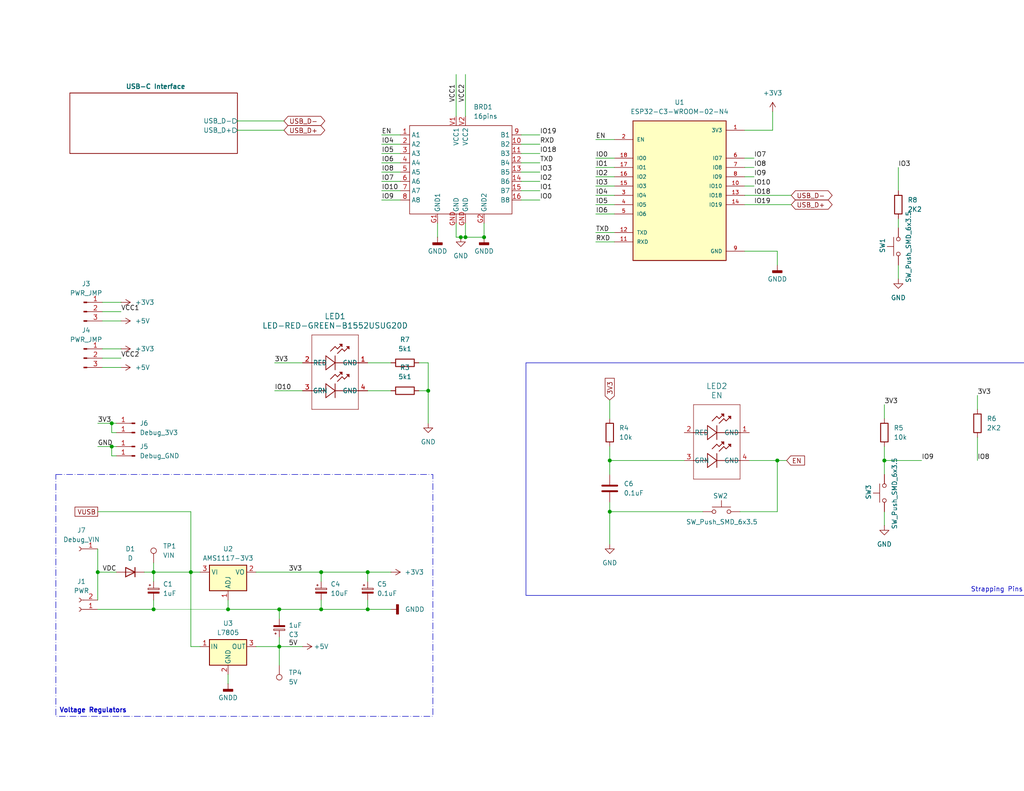
<source format=kicad_sch>
(kicad_sch (version 20231120) (generator "eeschema") (generator_version "8.0")
  (paper "USLetter")
  (lib_symbols
    (symbol "+5V_1" (power) (pin_numbers hide) (pin_names (offset 0) hide)
      (property "Value" "+5V" (at 0 3.556 0))
      (symbol "+5V_1_0_1"
        (polyline (pts (xy -0.762 1.27) (xy 0 2.54)))
        (polyline (pts (xy 0 0) (xy 0 2.54)))
        (polyline (pts (xy 0 2.54) (xy 0.762 1.27)))
      )
      (symbol "+5V_1_1_1"
        (pin power_in line (at 0 0 90) (length 0) (name "~") (number "1"))
      )
    )
    (symbol "Alexander KiCad Libraries:AMS1117-3V3" (exclude_from_sim yes)
      (property "Reference" "U" (at 0 -0.254 0))
      (property "Value" "AMS1117-3V3" (at -0.508 1.778 0))
      (symbol "AMS1117-3V3_0_1"
        (rectangle (start -5.08 -8.89) (end 5.08 -1.905) (stroke (width 0.254)) (fill (type background)))
      )
      (symbol "AMS1117-3V3_1_1"
        (pin power_out line (at 0 -11.43 90) (length 2.54) (name "ADJ") (number "1"))
        (pin power_out line (at 7.62 -3.81 180) (length 2.54) (name "VO") (number "2"))
        (pin power_in line (at -7.62 -3.81 0) (length 2.54) (name "VI") (number "3"))
      )
    )
    (symbol "Alexander KiCad Libraries:BRD-PowerAdapter-ESP32C3"
      (property "Reference" "BRD" (at -11.176 3.302 0))
      (property "Value" "16pins" (at 0.508 -10.922 0))
      (symbol "BRD-PowerAdapter-ESP32C3_0_1"
        (rectangle (start -13.97 0) (end 13.97 -24.13))
      )
      (symbol "BRD-PowerAdapter-ESP32C3_1_0"
        (pin bidirectional line (at 16.51 -5.08 180) (length 2.54) (name "B2") (number "10"))
        (pin bidirectional line (at 16.51 -7.62 180) (length 2.54) (name "B3") (number "11"))
        (pin bidirectional line (at 16.51 -10.16 180) (length 2.54) (name "B4") (number "12"))
        (pin bidirectional line (at 16.51 -12.7 180) (length 2.54) (name "B5") (number "13"))
        (pin bidirectional line (at 16.51 -15.24 180) (length 2.54) (name "B6") (number "14"))
        (pin bidirectional line (at 16.51 -17.78 180) (length 2.54) (name "B7") (number "15"))
        (pin bidirectional line (at 16.51 -20.32 180) (length 2.54) (name "B8") (number "16"))
        (pin bidirectional line (at -16.51 -5.08 0) (length 2.54) (name "A2") (number "2"))
        (pin bidirectional line (at -16.51 -7.62 0) (length 2.54) (name "A3") (number "3"))
        (pin bidirectional line (at -16.51 -10.16 0) (length 2.54) (name "A4") (number "4"))
        (pin bidirectional line (at -16.51 -12.7 0) (length 2.54) (name "A5") (number "5"))
        (pin bidirectional line (at -16.51 -15.24 0) (length 2.54) (name "A6") (number "6"))
        (pin bidirectional line (at -16.51 -17.78 0) (length 2.54) (name "A7") (number "7"))
        (pin bidirectional line (at -16.51 -20.32 0) (length 2.54) (name "A8") (number "8"))
      )
      (symbol "BRD-PowerAdapter-ESP32C3_1_1"
        (pin bidirectional line (at -16.51 -2.54 0) (length 2.54) (name "A1") (number "1"))
        (pin input line (at 16.51 -2.54 180) (length 2.54) (name "B1") (number "9"))
        (pin input line (at -6.35 -26.67 90) (length 2.54) (name "GND1") (number "G1"))
        (pin input line (at 6.35 -26.67 90) (length 2.54) (name "GND2") (number "G2"))
        (pin input line (at -1.27 -26.67 90) (length 2.54) (name "GND") (number "GND"))
        (pin input line (at 1.27 -26.67 90) (length 2.54) (name "GND") (number "GND"))
        (pin input line (at -1.27 2.54 270) (length 2.54) (name "VCC1") (number "V1"))
        (pin input line (at 1.27 2.54 270) (length 2.54) (name "VCC2") (number "V2"))
      )
    )
    (symbol "Alexander KiCad Libraries:Conn_Debug_01x02_Pin" (pin_names (offset 1.016) hide)
      (property "Reference" "J" (at 0 2.54 0))
      (property "Value" "Conn_Debug_01x02_Pin" (at 0 -5.08 0))
      (symbol "Conn_Debug_01x02_Pin_1_1"
        (polyline (pts (xy 1.27 -2.54) (xy 0.8636 -2.54)) (stroke (width 0.1524)))
        (polyline (pts (xy 1.27 0) (xy 0.8636 0)) (stroke (width 0.1524)))
        (rectangle (start 0.8636 -2.413) (end 0 -2.667) (stroke (width 0.1524)) (fill (type outline)))
        (rectangle (start 0.8636 0.127) (end 0 -0.127) (stroke (width 0.1524)) (fill (type outline)))
        (pin passive line (at 5.08 -2.54 180) (length 3.81) (name "DBG") (number "1"))
        (pin passive line (at 5.08 0 180) (length 3.81) (name "DBG") (number "1"))
      )
    )
    (symbol "Alexander KiCad Libraries:ESP32-C3-WROOM-02-N4" (pin_names (offset 1.016))
      (property "Reference" "U" (at -12.7 21.082 0))
      (property "Value" "ESP32-C3-WROOM-02-N4" (at -13.208 -19.05 0))
      (symbol "ESP32-C3-WROOM-02-N4_0_0"
        (rectangle (start -12.7 20.32) (end 12.7 -17.78) (stroke (width 0.254)) (fill (type background)))
        (pin power_in line (at 17.78 17.78 180) (length 5.08) (name "3V3") (number "1"))
        (pin bidirectional line (at 17.78 2.54 180) (length 5.08) (name "IO10") (number "10"))
        (pin bidirectional line (at -17.78 -12.7 0) (length 5.08) (name "RXD") (number "11"))
        (pin bidirectional line (at -17.78 -10.16 0) (length 5.08) (name "TXD") (number "12"))
        (pin bidirectional line (at 17.78 0 180) (length 5.08) (name "IO18") (number "13"))
        (pin bidirectional line (at 17.78 -2.54 180) (length 5.08) (name "IO19") (number "14"))
        (pin bidirectional line (at -17.78 2.54 0) (length 5.08) (name "IO3") (number "15"))
        (pin bidirectional line (at -17.78 5.08 0) (length 5.08) (name "IO2") (number "16"))
        (pin bidirectional line (at -17.78 7.62 0) (length 5.08) (name "IO1") (number "17"))
        (pin bidirectional line (at -17.78 10.16 0) (length 5.08) (name "IO0") (number "18"))
        (pin power_in line (at 17.78 -15.24 180) (length 5.08) hide (name "GND__1") (number "19"))
        (pin input line (at -17.78 15.24 0) (length 5.08) (name "EN") (number "2"))
        (pin power_in line (at 17.78 -15.24 180) (length 5.08) hide (name "GND__2") (number "20"))
        (pin power_in line (at 17.78 -15.24 180) (length 5.08) hide (name "GND__3") (number "21"))
        (pin power_in line (at 17.78 -15.24 180) (length 5.08) hide (name "GND__4") (number "22"))
        (pin power_in line (at 17.78 -15.24 180) (length 5.08) hide (name "GND__5") (number "23"))
        (pin power_in line (at 17.78 -15.24 180) (length 5.08) hide (name "GND__6") (number "24"))
        (pin power_in line (at 17.78 -15.24 180) (length 5.08) hide (name "GND__7") (number "25"))
        (pin power_in line (at 17.78 -15.24 180) (length 5.08) hide (name "GND__8") (number "26"))
        (pin power_in line (at 17.78 -15.24 180) (length 5.08) hide (name "GND__9") (number "27"))
        (pin power_in line (at 17.78 -15.24 180) (length 5.08) hide (name "GND__10") (number "28"))
        (pin power_in line (at 17.78 -15.24 180) (length 5.08) hide (name "GND__11") (number "29"))
        (pin bidirectional line (at -17.78 0 0) (length 5.08) (name "IO4") (number "3"))
        (pin power_in line (at 17.78 -15.24 180) (length 5.08) hide (name "GND__12") (number "30"))
        (pin power_in line (at 17.78 -15.24 180) (length 5.08) hide (name "GND__13") (number "31"))
        (pin power_in line (at 17.78 -15.24 180) (length 5.08) hide (name "GND__14") (number "32"))
        (pin power_in line (at 17.78 -15.24 180) (length 5.08) hide (name "GND__15") (number "33"))
        (pin power_in line (at 17.78 -15.24 180) (length 5.08) hide (name "GND__16") (number "34"))
        (pin power_in line (at 17.78 -15.24 180) (length 5.08) hide (name "GND__17") (number "35"))
        (pin power_in line (at 17.78 -15.24 180) (length 5.08) hide (name "GND__18") (number "36"))
        (pin power_in line (at 17.78 -15.24 180) (length 5.08) hide (name "GND__19") (number "37"))
        (pin power_in line (at 17.78 -15.24 180) (length 5.08) hide (name "GND__20") (number "38"))
        (pin power_in line (at 17.78 -15.24 180) (length 5.08) hide (name "GND__21") (number "39"))
        (pin bidirectional line (at -17.78 -2.54 0) (length 5.08) (name "IO5") (number "4"))
        (pin bidirectional line (at -17.78 -5.08 0) (length 5.08) (name "IO6") (number "5"))
        (pin bidirectional line (at 17.78 10.16 180) (length 5.08) (name "IO7") (number "6"))
        (pin bidirectional line (at 17.78 7.62 180) (length 5.08) (name "IO8") (number "7"))
        (pin bidirectional line (at 17.78 5.08 180) (length 5.08) (name "IO9") (number "8"))
        (pin power_in line (at 17.78 -15.24 180) (length 5.08) (name "GND") (number "9"))
      )
    )
    (symbol "Alexander_Library_Symbols:LED-RED-GREEN-B1552USUG20D" (pin_names (offset 0.254))
      (property "Reference" "LED" (at 8.89 20.955 0))
      (property "Value" "LED-RED-GREEN-B1552USUG20D" (at 8.89 17.78 0))
      (symbol "LED-RED-GREEN-B1552USUG20D_0_1"
        (polyline (pts (xy 2.54 -12.7) (xy 15.24 -12.7)) (stroke (width 0.127)))
        (polyline (pts (xy 2.54 -7.62) (xy 6.0198 -7.62)) (stroke (width 0.2032)))
        (polyline (pts (xy 2.54 0) (xy 6.0198 0)) (stroke (width 0.2032)))
        (polyline (pts (xy 2.54 7.62) (xy 2.54 -12.7)) (stroke (width 0.127)))
        (polyline (pts (xy 5.715 -7.62) (xy 6.35 -7.62)) (stroke (width 0.2032)))
        (polyline (pts (xy 5.715 0) (xy 6.35 0)) (stroke (width 0.2032)))
        (polyline (pts (xy 6.35 -9.525) (xy 8.89 -7.62)) (stroke (width 0.2032)))
        (polyline (pts (xy 6.35 -5.715) (xy 6.35 -9.525)) (stroke (width 0.2032)))
        (polyline (pts (xy 6.35 -1.905) (xy 8.89 0)) (stroke (width 0.2032)))
        (polyline (pts (xy 6.35 1.905) (xy 6.35 -1.905)) (stroke (width 0.2032)))
        (polyline (pts (xy 7.62 -4.445) (xy 8.89 -3.175)) (stroke (width 0.2032)))
        (polyline (pts (xy 7.62 3.175) (xy 8.89 4.445)) (stroke (width 0.2032)))
        (polyline (pts (xy 8.89 -9.525) (xy 8.89 -5.715)) (stroke (width 0.2032)))
        (polyline (pts (xy 8.89 -7.62) (xy 6.35 -5.715)) (stroke (width 0.2032)))
        (polyline (pts (xy 8.89 -7.62) (xy 15.24 -7.62)) (stroke (width 0.2032)))
        (polyline (pts (xy 8.89 -3.175) (xy 9.525 -3.81)) (stroke (width 0.2032)))
        (polyline (pts (xy 8.89 -1.905) (xy 8.89 1.905)) (stroke (width 0.2032)))
        (polyline (pts (xy 8.89 0) (xy 6.35 1.905)) (stroke (width 0.2032)))
        (polyline (pts (xy 8.89 0) (xy 15.24 0)) (stroke (width 0.2032)))
        (polyline (pts (xy 8.89 4.445) (xy 9.525 3.81)) (stroke (width 0.2032)))
        (polyline (pts (xy 9.525 -5.08) (xy 10.795 -3.81)) (stroke (width 0.2032)))
        (polyline (pts (xy 9.525 -3.81) (xy 10.795 -2.54)) (stroke (width 0.2032)))
        (polyline (pts (xy 9.525 2.54) (xy 10.795 3.81)) (stroke (width 0.2032)))
        (polyline (pts (xy 9.525 3.81) (xy 10.795 5.08)) (stroke (width 0.2032)))
        (polyline (pts (xy 10.16 -2.54) (xy 10.795 -3.175)) (stroke (width 0.2032)))
        (polyline (pts (xy 10.16 5.08) (xy 10.795 4.445)) (stroke (width 0.2032)))
        (polyline (pts (xy 10.795 -3.81) (xy 11.43 -4.445)) (stroke (width 0.2032)))
        (polyline (pts (xy 10.795 -3.175) (xy 10.795 -2.54)) (stroke (width 0.2032)))
        (polyline (pts (xy 10.795 -2.54) (xy 10.16 -2.54)) (stroke (width 0.2032)))
        (polyline (pts (xy 10.795 3.81) (xy 11.43 3.175)) (stroke (width 0.2032)))
        (polyline (pts (xy 10.795 4.445) (xy 10.795 5.08)) (stroke (width 0.2032)))
        (polyline (pts (xy 10.795 5.08) (xy 10.16 5.08)) (stroke (width 0.2032)))
        (polyline (pts (xy 11.43 -4.445) (xy 12.7 -3.175)) (stroke (width 0.2032)))
        (polyline (pts (xy 11.43 3.175) (xy 12.7 4.445)) (stroke (width 0.2032)))
        (polyline (pts (xy 12.065 -3.175) (xy 12.7 -3.81)) (stroke (width 0.2032)))
        (polyline (pts (xy 12.065 4.445) (xy 12.7 3.81)) (stroke (width 0.2032)))
        (polyline (pts (xy 12.7 -3.81) (xy 12.7 -3.175)) (stroke (width 0.2032)))
        (polyline (pts (xy 12.7 -3.175) (xy 12.065 -3.175)) (stroke (width 0.2032)))
        (polyline (pts (xy 12.7 3.81) (xy 12.7 4.445)) (stroke (width 0.2032)))
        (polyline (pts (xy 12.7 4.445) (xy 12.065 4.445)) (stroke (width 0.2032)))
        (polyline (pts (xy 15.24 -12.7) (xy 15.24 7.62)) (stroke (width 0.127)))
        (polyline (pts (xy 15.24 7.62) (xy 2.54 7.62)) (stroke (width 0.127)))
        (pin power_in line (at 17.78 0 180) (length 2.54) (name "GND") (number "1"))
        (pin power_out line (at 0 0 0) (length 2.54) (name "RED") (number "2"))
        (pin power_in line (at 0 -7.62 0) (length 2.54) (name "GRN") (number "3"))
        (pin power_out line (at 17.78 -7.62 180) (length 2.54) (name "GND") (number "4"))
      )
    )
    (symbol "Alexander_Library_Symbols:SW_Push_SMD_6x3.5" (pin_numbers hide) (pin_names (offset 1.016) hide)
      (property "Reference" "SW" (at 1.27 2.54 0))
      (property "Value" "SW_Push_SMD_6x3.5" (at 0 -1.524 0))
      (symbol "SW_Push_SMD_6x3.5_0_1"
        (circle (center -2.032 0) (radius 0.508))
        (polyline (pts (xy 0 1.27) (xy 0 3.048)))
        (polyline (pts (xy 2.54 1.27) (xy -2.54 1.27)))
        (circle (center 2.032 0) (radius 0.508))
        (pin passive line (at -5.08 0 0) (length 2.54) (name "1") (number "1"))
        (pin passive line (at 5.08 0 180) (length 2.54) (name "2") (number "2"))
      )
    )
    (symbol "Connector:Conn_01x01_Socket" (pin_names (offset 1.016) hide)
      (property "Reference" "J" (at 0 2.54 0))
      (property "Value" "Conn_01x01_Socket" (at 0 -2.54 0))
      (symbol "Conn_01x01_Socket_1_1"
        (polyline (pts (xy -1.27 0) (xy -0.508 0)) (stroke (width 0.1524)))
        (arc (start 0 0.508) (mid -0.5058 0) (end 0 -0.508) (stroke (width 0.1524)))
        (pin passive line (at -5.08 0 0) (length 3.81) (name "Pin_1") (number "1"))
      )
    )
    (symbol "Connector:Conn_01x02_Socket" (pin_names (offset 1.016) hide)
      (property "Reference" "J" (at 0 2.54 0))
      (property "Value" "Conn_01x02_Socket" (at 0 -5.08 0))
      (symbol "Conn_01x02_Socket_1_1"
        (arc (start 0 -2.032) (mid -0.5058 -2.54) (end 0 -3.048) (stroke (width 0.1524)))
        (polyline (pts (xy -1.27 -2.54) (xy -0.508 -2.54)) (stroke (width 0.1524)))
        (polyline (pts (xy -1.27 0) (xy -0.508 0)) (stroke (width 0.1524)))
        (arc (start 0 0.508) (mid -0.5058 0) (end 0 -0.508) (stroke (width 0.1524)))
        (pin passive line (at -5.08 0 0) (length 3.81) (name "Pin_1") (number "1"))
        (pin passive line (at -5.08 -2.54 0) (length 3.81) (name "Pin_2") (number "2"))
      )
    )
    (symbol "Connector:Conn_01x03_Pin" (pin_names (offset 1.016) hide)
      (property "Reference" "J" (at 0 5.08 0))
      (property "Value" "Conn_01x03_Pin" (at 0 -5.08 0))
      (symbol "Conn_01x03_Pin_1_1"
        (polyline (pts (xy 1.27 -2.54) (xy 0.8636 -2.54)) (stroke (width 0.1524)))
        (polyline (pts (xy 1.27 0) (xy 0.8636 0)) (stroke (width 0.1524)))
        (polyline (pts (xy 1.27 2.54) (xy 0.8636 2.54)) (stroke (width 0.1524)))
        (rectangle (start 0.8636 -2.413) (end 0 -2.667) (stroke (width 0.1524)) (fill (type outline)))
        (rectangle (start 0.8636 0.127) (end 0 -0.127) (stroke (width 0.1524)) (fill (type outline)))
        (rectangle (start 0.8636 2.667) (end 0 2.413) (stroke (width 0.1524)) (fill (type outline)))
        (pin passive line (at 5.08 2.54 180) (length 3.81) (name "Pin_1") (number "1"))
        (pin passive line (at 5.08 0 180) (length 3.81) (name "Pin_2") (number "2"))
        (pin passive line (at 5.08 -2.54 180) (length 3.81) (name "Pin_3") (number "3"))
      )
    )
    (symbol "Connector:TestPoint" (pin_numbers hide) (pin_names (offset 0.762) hide)
      (property "Reference" "TP" (at 0 6.858 0))
      (property "Value" "TestPoint" (at 0 5.08 0))
      (symbol "TestPoint_0_1"
        (circle (center 0 3.302) (radius 0.762))
      )
      (symbol "TestPoint_1_1"
        (pin passive line (at 0 0 90) (length 2.54) (name "1") (number "1"))
      )
    )
    (symbol "Device:C" (pin_numbers hide) (pin_names (offset 0.254))
      (property "Reference" "C" (at 0.635 2.54 0))
      (property "Value" "C" (at 0.635 -2.54 0))
      (symbol "C_0_1"
        (polyline (pts (xy -2.032 -0.762) (xy 2.032 -0.762)) (stroke (width 0.508)))
        (polyline (pts (xy -2.032 0.762) (xy 2.032 0.762)) (stroke (width 0.508)))
      )
      (symbol "C_1_1"
        (pin passive line (at 0 3.81 270) (length 2.794) (name "~") (number "1"))
        (pin passive line (at 0 -3.81 90) (length 2.794) (name "~") (number "2"))
      )
    )
    (symbol "Device:C_Polarized_Small" (pin_numbers hide) (pin_names (offset 0.254) hide)
      (property "Reference" "C" (at 0.254 1.778 0))
      (property "Value" "C_Polarized_Small" (at 0.254 -2.032 0))
      (symbol "C_Polarized_Small_0_1"
        (rectangle (start -1.524 -0.3048) (end 1.524 -0.6858) (fill (type outline)))
        (rectangle (start -1.524 0.6858) (end 1.524 0.3048))
        (polyline (pts (xy -1.27 1.524) (xy -0.762 1.524)))
        (polyline (pts (xy -1.016 1.27) (xy -1.016 1.778)))
      )
      (symbol "C_Polarized_Small_1_1"
        (pin passive line (at 0 2.54 270) (length 1.8542) (name "~") (number "1"))
        (pin passive line (at 0 -2.54 90) (length 1.8542) (name "~") (number "2"))
      )
    )
    (symbol "Device:D" (pin_numbers hide) (pin_names (offset 1.016) hide)
      (property "Reference" "D" (at 0 2.54 0))
      (property "Value" "D" (at 0 -2.54 0))
      (symbol "D_0_1"
        (polyline (pts (xy -1.27 1.27) (xy -1.27 -1.27)) (stroke (width 0.254)))
        (polyline (pts (xy 1.27 0) (xy -1.27 0)))
        (polyline (pts (xy 1.27 1.27) (xy 1.27 -1.27) (xy -1.27 0) (xy 1.27 1.27)) (stroke (width 0.254)))
      )
      (symbol "D_1_1"
        (pin passive line (at -3.81 0 0) (length 2.54) (name "K") (number "1"))
        (pin passive line (at 3.81 0 180) (length 2.54) (name "A") (number "2"))
      )
    )
    (symbol "Device:R" (pin_numbers hide) (pin_names (offset 0))
      (property "Reference" "R" (at 2.032 0 90))
      (property "Value" "R" (at 0 0 90))
      (symbol "R_0_1"
        (rectangle (start -1.016 -2.54) (end 1.016 2.54) (stroke (width 0.254)))
      )
      (symbol "R_1_1"
        (pin passive line (at 0 3.81 270) (length 1.27) (name "~") (number "1"))
        (pin passive line (at 0 -3.81 90) (length 1.27) (name "~") (number "2"))
      )
    )
    (symbol "Regulator_Linear:L7805" (pin_names (offset 0.254))
      (property "Reference" "U4" (at 0 6.35 0))
      (property "Value" "L7805" (at 0 3.81 0))
      (symbol "L7805_0_1"
        (rectangle (start -5.08 1.905) (end 5.08 -5.08) (stroke (width 0.254)) (fill (type background)))
      )
      (symbol "L7805_1_1"
        (pin power_in line (at -7.62 0 0) (length 2.54) (name "IN") (number "1"))
        (pin power_in line (at 0 -7.62 90) (length 2.54) (name "GND") (number "2"))
        (pin power_out line (at 7.62 0 180) (length 2.54) (name "OUT") (number "3"))
      )
    )
    (symbol "power:+3V3" (power) (pin_numbers hide) (pin_names (offset 0) hide)
      (property "Value" "+3V3" (at 0 3.556 0))
      (symbol "+3V3_0_1"
        (polyline (pts (xy -0.762 1.27) (xy 0 2.54)))
        (polyline (pts (xy 0 0) (xy 0 2.54)))
        (polyline (pts (xy 0 2.54) (xy 0.762 1.27)))
      )
      (symbol "+3V3_1_1"
        (pin power_in line (at 0 0 90) (length 0) (name "~") (number "1"))
      )
    )
    (symbol "power:+5V" (power) (pin_names (offset 0))
      (property "Value" "+5V" (at 0 3.556 0))
      (symbol "+5V_0_1"
        (polyline (pts (xy -0.762 1.27) (xy 0 2.54)))
        (polyline (pts (xy 0 0) (xy 0 2.54)))
        (polyline (pts (xy 0 2.54) (xy 0.762 1.27)))
      )
      (symbol "+5V_1_1"
        (pin power_in line (at 0 0 90) (length 0) hide (name "+5V") (number "1"))
      )
    )
    (symbol "power:GND" (power) (pin_numbers hide) (pin_names (offset 0) hide)
      (property "Value" "GND" (at 0 -3.81 0))
      (symbol "GND_0_1"
        (polyline (pts (xy 0 0) (xy 0 -1.27) (xy 1.27 -1.27) (xy 0 -2.54) (xy -1.27 -1.27) (xy 0 -1.27)))
      )
      (symbol "GND_1_1"
        (pin power_in line (at 0 0 270) (length 0) (name "~") (number "1"))
      )
    )
    (symbol "power:GNDD" (power) (pin_numbers hide) (pin_names (offset 0) hide)
      (property "Value" "GNDD" (at 0 -3.175 0))
      (symbol "GNDD_0_1"
        (rectangle (start -1.27 -1.524) (end 1.27 -2.032) (stroke (width 0.254)) (fill (type outline)))
        (polyline (pts (xy 0 0) (xy 0 -1.524)))
      )
      (symbol "GNDD_1_1"
        (pin power_in line (at 0 0 270) (length 0) (name "~") (number "1"))
      )
    )
  )
  (junction (at 76.2 176.53))
  (junction (at 241.3 125.73))
  (junction (at 87.63 156.21))
  (junction (at 76.2 166.37))
  (junction (at 125.73 64.77))
  (junction (at 30.48 115.57))
  (junction (at 26.67 156.21))
  (junction (at 116.84 106.68))
  (junction (at 30.48 121.92))
  (junction (at 212.09 125.73))
  (junction (at 166.37 125.73))
  (junction (at 52.07 156.21))
  (junction (at 127 64.77))
  (junction (at 100.33 156.21))
  (junction (at 41.91 156.21))
  (junction (at 166.37 139.7))
  (junction (at 132.08 64.77))
  (junction (at 62.23 166.37))
  (junction (at 87.63 166.37))
  (junction (at 100.33 166.37))
  (junction (at 41.91 166.37))
  (wire (pts (xy 87.63 163.83) (xy 87.63 166.37)))
  (wire (pts (xy 241.3 139.7) (xy 241.3 143.51)))
  (wire (pts (xy 26.67 121.92) (xy 30.48 121.92)))
  (wire (pts (xy 203.2 68.58) (xy 212.09 68.58)))
  (wire (pts (xy 116.84 99.06) (xy 116.84 106.68)))
  (wire (pts (xy 210.82 35.56) (xy 203.2 35.56)))
  (wire (pts (xy 203.2 55.88) (xy 215.9 55.88)))
  (wire (pts (xy 203.2 53.34) (xy 215.9 53.34)))
  (wire (pts (xy 162.56 55.88) (xy 167.64 55.88)))
  (wire (pts (xy 241.3 121.92) (xy 241.3 125.73)))
  (wire (pts (xy 166.37 125.73) (xy 166.37 121.92)))
  (wire (pts (xy 26.67 139.7) (xy 52.07 139.7)))
  (wire (pts (xy 201.93 139.7) (xy 212.09 139.7)))
  (wire (pts (xy 241.3 129.54) (xy 241.3 125.73)))
  (wire (pts (xy 27.94 95.25) (xy 33.02 95.25)))
  (wire (pts (xy 166.37 125.73) (xy 186.69 125.73)))
  (wire (pts (xy 76.2 173.99) (xy 76.2 176.53)))
  (wire (pts (xy 241.3 110.49) (xy 241.3 114.3)))
  (wire (pts (xy 87.63 156.21) (xy 100.33 156.21)))
  (wire (pts (xy 26.67 115.57) (xy 30.48 115.57)))
  (wire (pts (xy 62.23 163.83) (xy 62.23 166.37)))
  (wire (pts (xy 266.7 119.38) (xy 266.7 125.73)))
  (wire (pts (xy 241.3 125.73) (xy 251.46 125.73)))
  (wire (pts (xy 142.24 41.91) (xy 147.32 41.91)))
  (wire (pts (xy 30.48 121.92) (xy 31.75 121.92)))
  (wire (pts (xy 104.14 52.07) (xy 109.22 52.07)))
  (wire (pts (xy 125.73 64.77) (xy 127 64.77)))
  (wire (pts (xy 87.63 156.21) (xy 87.63 158.75)))
  (wire (pts (xy 69.85 176.53) (xy 76.2 176.53)))
  (wire (pts (xy 27.94 85.09) (xy 33.02 85.09)))
  (wire (pts (xy 124.46 60.96) (xy 124.46 64.77)))
  (wire (pts (xy 76.2 176.53) (xy 76.2 181.61)))
  (wire (pts (xy 104.14 54.61) (xy 109.22 54.61)))
  (wire (pts (xy 39.37 156.21) (xy 41.91 156.21)))
  (wire (pts (xy 127 64.77) (xy 132.08 64.77)))
  (wire (pts (xy 54.61 176.53) (xy 52.07 176.53)))
  (wire (pts (xy 41.91 156.21) (xy 41.91 158.75)))
  (wire (pts (xy 104.14 46.99) (xy 109.22 46.99)))
  (wire (pts (xy 162.56 53.34) (xy 167.64 53.34)))
  (wire (pts (xy 26.67 166.37) (xy 41.91 166.37)))
  (wire (pts (xy 69.85 156.21) (xy 87.63 156.21)))
  (wire (pts (xy 100.33 166.37) (xy 106.68 166.37)))
  (wire (pts (xy 104.14 44.45) (xy 109.22 44.45)))
  (wire (pts (xy 142.24 36.83) (xy 147.32 36.83)))
  (wire (pts (xy 142.24 52.07) (xy 147.32 52.07)))
  (wire (pts (xy 74.93 106.68) (xy 82.55 106.68)))
  (wire (pts (xy 162.56 48.26) (xy 167.64 48.26)))
  (wire (pts (xy 52.07 139.7) (xy 52.07 156.21)))
  (wire (pts (xy 162.56 50.8) (xy 167.64 50.8)))
  (wire (pts (xy 62.23 184.15) (xy 62.23 186.69)))
  (wire (pts (xy 124.46 64.77) (xy 125.73 64.77)))
  (wire (pts (xy 124.46 20.32) (xy 124.46 31.75)))
  (wire (pts (xy 162.56 63.5) (xy 167.64 63.5)))
  (wire (pts (xy 142.24 44.45) (xy 147.32 44.45)))
  (wire (pts (xy 52.07 156.21) (xy 52.07 176.53)))
  (wire (pts (xy 114.3 106.68) (xy 116.84 106.68)))
  (wire (pts (xy 27.94 100.33) (xy 33.02 100.33)))
  (wire (pts (xy 162.56 66.04) (xy 167.64 66.04)))
  (wire (pts (xy 114.3 99.06) (xy 116.84 99.06)))
  (wire (pts (xy 76.2 166.37) (xy 87.63 166.37)))
  (wire (pts (xy 100.33 156.21) (xy 100.33 158.75)))
  (wire (pts (xy 31.75 124.46) (xy 30.48 124.46)))
  (wire (pts (xy 132.08 60.96) (xy 132.08 64.77)))
  (wire (pts (xy 245.11 72.39) (xy 245.11 76.2)))
  (wire (pts (xy 100.33 163.83) (xy 100.33 166.37)))
  (wire (pts (xy 119.38 60.96) (xy 119.38 64.77)))
  (wire (pts (xy 142.24 39.37) (xy 147.32 39.37)))
  (wire (pts (xy 87.63 166.37) (xy 100.33 166.37)))
  (wire (pts (xy 127 20.32) (xy 127 31.75)))
  (wire (pts (xy 100.33 156.21) (xy 106.68 156.21)))
  (wire (pts (xy 127 60.96) (xy 127 64.77)))
  (wire (pts (xy 64.77 33.02) (xy 77.47 33.02)))
  (wire (pts (xy 104.14 36.83) (xy 109.22 36.83)))
  (wire (pts (xy 62.23 166.37) (xy 76.2 166.37)))
  (wire (pts (xy 142.24 54.61) (xy 147.32 54.61)))
  (wire (pts (xy 104.14 49.53) (xy 109.22 49.53)))
  (wire (pts (xy 41.91 153.67) (xy 41.91 156.21)))
  (wire (pts (xy 100.33 106.68) (xy 106.68 106.68)))
  (wire (pts (xy 76.2 166.37) (xy 76.2 168.91)))
  (wire (pts (xy 116.84 106.68) (xy 116.84 115.57)))
  (wire (pts (xy 203.2 45.72) (xy 205.74 45.72)))
  (wire (pts (xy 162.56 38.1) (xy 167.64 38.1)))
  (wire (pts (xy 203.2 43.18) (xy 205.74 43.18)))
  (wire (pts (xy 212.09 68.58) (xy 212.09 72.39)))
  (wire (pts (xy 30.48 118.11) (xy 30.48 115.57)))
  (wire (pts (xy 166.37 109.22) (xy 166.37 114.3)))
  (wire (pts (xy 64.77 35.56) (xy 77.47 35.56)))
  (wire (pts (xy 26.67 156.21) (xy 31.75 156.21)))
  (wire (pts (xy 26.67 149.86) (xy 26.67 156.21)))
  (wire (pts (xy 166.37 137.16) (xy 166.37 139.7)))
  (wire (pts (xy 266.7 107.95) (xy 266.7 111.76)))
  (wire (pts (xy 41.91 163.83) (xy 41.91 166.37)))
  (wire (pts (xy 162.56 43.18) (xy 167.64 43.18)))
  (wire (pts (xy 212.09 139.7) (xy 212.09 125.73)))
  (wire (pts (xy 203.2 50.8) (xy 205.74 50.8)))
  (wire (pts (xy 162.56 58.42) (xy 167.64 58.42)))
  (wire (pts (xy 41.91 156.21) (xy 52.07 156.21)))
  (wire (pts (xy 212.09 125.73) (xy 214.63 125.73)))
  (wire (pts (xy 142.24 49.53) (xy 147.32 49.53)))
  (wire (pts (xy 245.11 62.23) (xy 245.11 59.69)))
  (wire (pts (xy 166.37 139.7) (xy 191.77 139.7)))
  (wire (pts (xy 162.56 45.72) (xy 167.64 45.72)))
  (wire (pts (xy 210.82 30.48) (xy 210.82 35.56)))
  (wire (pts (xy 41.91 166.37) (xy 62.23 166.37)) (stroke (width 0.0254)))
  (wire (pts (xy 204.47 125.73) (xy 212.09 125.73)))
  (wire (pts (xy 76.2 176.53) (xy 82.55 176.53)))
  (wire (pts (xy 74.93 99.06) (xy 82.55 99.06)))
  (wire (pts (xy 166.37 139.7) (xy 166.37 148.59)))
  (wire (pts (xy 27.94 82.55) (xy 33.02 82.55)))
  (wire (pts (xy 52.07 156.21) (xy 54.61 156.21)))
  (wire (pts (xy 166.37 125.73) (xy 166.37 129.54)))
  (wire (pts (xy 27.94 97.79) (xy 33.02 97.79)))
  (wire (pts (xy 26.67 156.21) (xy 26.67 163.83)))
  (wire (pts (xy 245.11 45.72) (xy 245.11 52.07)))
  (wire (pts (xy 30.48 124.46) (xy 30.48 121.92)))
  (wire (pts (xy 30.48 115.57) (xy 31.75 115.57)))
  (wire (pts (xy 142.24 46.99) (xy 147.32 46.99)))
  (wire (pts (xy 104.14 41.91) (xy 109.22 41.91)))
  (wire (pts (xy 104.14 39.37) (xy 109.22 39.37)))
  (wire (pts (xy 100.33 99.06) (xy 106.68 99.06)))
  (wire (pts (xy 203.2 48.26) (xy 205.74 48.26)))
  (wire (pts (xy 27.94 87.63) (xy 33.02 87.63)))
  (wire (pts (xy 31.75 118.11) (xy 30.48 118.11)))
  (rectangle (start 15.24 129.54) (end 118.11 195.58) (stroke (width 0) (type dash_dot)))
  (rectangle (start 143.51 99.06) (end 280.67 162.56))
  (text "Strapping Pins" (at 279.146 161.036 0) (effects (font (size 1.27 1.27)) (justify right)))
  (text "Voltage Regulators" (at 25.4 193.294 0) (effects (font (size 1.27 1.27) (thickness 0.254) (bold yes)) (justify top)))
  (label "IO6" (at 162.56 58.42 0))
  (label "5V" (at 78.74 176.53 0))
  (label "IO10" (at 205.74 50.8 0))
  (label "3V3" (at 266.7 107.95 0))
  (label "RXD" (at 147.32 39.37 0))
  (label "IO1" (at 162.56 45.72 0))
  (label "IO18" (at 147.32 41.91 0))
  (label "IO3" (at 162.56 50.8 0))
  (label "IO2" (at 147.32 49.53 0))
  (label "RXD" (at 162.56 66.04 0))
  (label "VCC2" (at 127 27.94 90))
  (label "IO1" (at 147.32 52.07 0))
  (label "IO10" (at 74.93 106.68 0))
  (label "VCC2" (at 33.02 97.79 0))
  (label "IO6" (at 104.14 44.45 0))
  (label "3V3" (at 26.67 115.57 0))
  (label "IO19" (at 205.74 55.88 0))
  (label "IO0" (at 162.56 43.18 0))
  (label "TXD" (at 147.32 44.45 0))
  (label "3V3" (at 241.3 110.49 0))
  (label "VDC" (at 27.94 156.21 0))
  (label "IO10" (at 104.14 52.07 0))
  (label "IO2" (at 162.56 48.26 0))
  (label "IO5" (at 162.56 55.88 0))
  (label "IO3" (at 147.32 46.99 0))
  (label "IO9" (at 251.46 125.73 0))
  (label "EN" (at 162.56 38.1 0))
  (label "IO4" (at 104.14 39.37 0))
  (label "EN" (at 104.14 36.83 0))
  (label "IO8" (at 266.7 125.73 0))
  (label "GND" (at 26.67 121.92 0))
  (label "TXD" (at 162.56 63.5 0))
  (label "IO3" (at 245.11 45.72 0))
  (label "IO7" (at 104.14 49.53 0))
  (label "IO7" (at 205.74 43.18 0))
  (label "3V3" (at 78.74 156.21 0))
  (label "IO8" (at 104.14 46.99 0))
  (label "IO0" (at 147.32 54.61 0))
  (label "IO18" (at 205.74 53.34 0))
  (label "VCC1" (at 33.02 85.09 0))
  (label "IO4" (at 162.56 53.34 0))
  (label "IO19" (at 147.32 36.83 0))
  (label "IO9" (at 104.14 54.61 0))
  (label "IO9" (at 205.74 48.26 0))
  (label "IO5" (at 104.14 41.91 0))
  (label "IO8" (at 205.74 45.72 0))
  (label "3V3" (at 74.93 99.06 0))
  (label "VCC1" (at 124.46 27.94 90))
  (global_label "USB_D+" (shape bidirectional) (at 77.47 35.56 0) (property "Intersheetrefs" "${INTERSHEET_REFS}" (effects (hide yes))))
  (global_label "USB_D+" (shape bidirectional) (at 215.9 55.88 0) (property "Intersheetrefs" "${INTERSHEET_REFS}" (effects (hide yes))))
  (global_label "3V3" (shape input) (at 166.37 109.22 90) (property "Intersheetrefs" "${INTERSHEET_REFS}" (effects (hide yes))))
  (global_label "EN" (shape input) (at 214.63 125.73 0) (property "Intersheetrefs" "${INTERSHEET_REFS}" (effects (hide yes))))
  (global_label "USB_D-" (shape bidirectional) (at 215.9 53.34 0) (property "Intersheetrefs" "${INTERSHEET_REFS}" (effects (hide yes))))
  (global_label "VUSB" (shape passive) (at 26.67 139.7 180) (property "Intersheetrefs" "${INTERSHEET_REFS}" (effects (hide yes))))
  (global_label "USB_D-" (shape bidirectional) (at 77.47 33.02 0) (property "Intersheetrefs" "${INTERSHEET_REFS}" (effects (hide yes))))
  (symbol (lib_id "Device:D") (at 35.56 156.21 180) (unit 1)
    (property "Reference" "D1" (at 35.56 149.86 0))
    (property "Value" "D" (at 35.56 152.4 0))
    (property "Footprint" "Diode_SMD:D_1210_3225Metric" (effects (hide yes)))
    (property "Description" "Diode" (effects (hide yes)))
    (property "Sim.Device" "D" (effects (hide yes)))
    (property "Sim.Pins" "1=K 2=A" (effects (hide yes)))
  )
  (symbol (lib_id "power:+5V") (at 82.55 176.53 270) (unit 1)
    (property "Reference" "#PWR09" (effects (hide yes)))
    (property "Value" "+5V" (at 87.63 176.53 90))
  )
  (symbol (lib_id "power:GND") (at 166.37 148.59 0) (unit 1)
    (property "Reference" "#PWR020" (effects (hide yes)))
    (property "Value" "GND" (at 166.37 153.67 0))
    (property "Description" "Power symbol creates a global label with name \"GND\" , ground" (effects (hide yes)))
  )
  (symbol (lib_id "Device:R") (at 266.7 115.57 0) (unit 1)
    (property "Reference" "R6" (at 269.24 114.2999 0) (effects (justify left)))
    (property "Value" "2K2" (at 269.24 116.8399 0) (effects (justify left)))
    (property "Footprint" "Resistor_SMD:R_1206_3216Metric_Pad1.30x1.75mm_HandSolder" (effects (hide yes)))
    (property "Description" "Resistor" (effects (hide yes)))
  )
  (symbol (lib_id "Connector:Conn_01x03_Pin") (at 22.86 97.79 0) (unit 1)
    (property "Reference" "J4" (at 23.495 90.17 0))
    (property "Value" "PWR_JMP" (at 23.495 92.71 0))
    (property "Footprint" "Connector_PinHeader_2.54mm:PinHeader_1x03_P2.54mm_Vertical" (effects (hide yes)))
    (property "Description" "Generic connector, single row, 01x03, script generated" (effects (hide yes)))
  )
  (symbol (lib_id "Alexander_Library_Symbols:LED-RED-GREEN-B1552USUG20D") (at 82.55 99.06 0) (unit 1)
    (property "Reference" "LED1" (at 91.44 86.36 0) (effects (font (size 1.524 1.524))))
    (property "Value" "LED-RED-GREEN-B1552USUG20D" (at 91.44 88.9 0) (effects (font (size 1.524 1.524))))
    (property "Footprint" "Alexander Footprint Library:LED_B1552_HVK-M" (effects (hide yes)))
    (property "Datasheet" "B1552USUG20D000113U1930" (effects (hide yes)))
  )
  (symbol (lib_id "Alexander_Library_Symbols:SW_Push_SMD_6x3.5") (at 245.11 67.31 90) (mirror x) (unit 1)
    (property "Reference" "SW1" (at 240.792 69.088 0) (effects (justify right)))
    (property "Value" "SW_Push_SMD_6x3.5" (at 247.904 77.216 0) (effects (justify right)))
    (property "Footprint" "Alexander Footprint Library:SW_PUSH_6x3.5mm" (effects (hide yes)))
  )
  (symbol (lib_id "Alexander KiCad Libraries:BRD-PowerAdapter-ESP32C3") (at 125.73 34.29 0) (unit 1)
    (property "Reference" "BRD1" (at 129.1941 29.21 0) (effects (justify left)))
    (property "Value" "16pins" (at 129.1941 31.75 0) (effects (justify left)))
    (property "Footprint" "Alexander Footprint Library:BreadBoard-PowerAdapter-ESP32C3" (effects (hide yes)))
    (property "Description" "BRD PowerAdapter" (effects (hide yes)))
  )
  (symbol (lib_name "+5V_1") (lib_id "power:+5V") (at 33.02 100.33 270) (unit 1)
    (property "Reference" "#PWR016" (effects (hide yes)))
    (property "Value" "+5V" (at 36.83 100.3299 90) (effects (justify left)))
    (property "Description" "Power symbol creates a global label with name \"+5V\"" (effects (hide yes)))
  )
  (symbol (lib_id "Device:R") (at 241.3 118.11 0) (unit 1)
    (property "Reference" "R5" (at 243.84 116.8399 0) (effects (justify left)))
    (property "Value" "10k" (at 243.84 119.3799 0) (effects (justify left)))
    (property "Footprint" "Resistor_SMD:R_1206_3216Metric_Pad1.30x1.75mm_HandSolder" (effects (hide yes)))
    (property "Description" "Resistor" (effects (hide yes)))
  )
  (symbol (lib_id "Device:C_Polarized_Small") (at 87.63 161.29 0) (unit 1)
    (property "Reference" "C4" (at 90.17 159.4738 0) (effects (justify left)))
    (property "Value" "10uF" (at 90.17 162.0138 0) (effects (justify left)))
    (property "Footprint" "Capacitor_SMD:CP_Elec_3x5.3" (effects (hide yes)))
  )
  (symbol (lib_id "power:GNDD") (at 119.38 64.77 0) (unit 1)
    (property "Reference" "#PWR02" (effects (hide yes)))
    (property "Value" "GNDD" (at 119.38 68.58 0))
    (property "Description" "Power symbol creates a global label with name \"GNDD\" , digital ground" (effects (hide yes)))
  )
  (symbol (lib_id "power:GND") (at 116.84 115.57 0) (unit 1)
    (property "Reference" "#PWR017" (effects (hide yes)))
    (property "Value" "GND" (at 116.84 120.65 0))
    (property "Description" "Power symbol creates a global label with name \"GND\" , ground" (effects (hide yes)))
  )
  (symbol (lib_id "Device:R") (at 110.49 99.06 270) (unit 1)
    (property "Reference" "R7" (at 110.49 92.71 90))
    (property "Value" "5k1" (at 110.49 95.25 90))
    (property "Footprint" "Resistor_SMD:R_1206_3216Metric_Pad1.30x1.75mm_HandSolder" (effects (hide yes)))
    (property "Description" "Resistor" (effects (hide yes)))
  )
  (symbol (lib_id "Device:C_Polarized_Small") (at 41.91 161.29 0) (unit 1)
    (property "Reference" "C1" (at 44.45 159.4739 0) (effects (justify left)))
    (property "Value" "1uF" (at 44.45 162.0139 0) (effects (justify left)))
    (property "Footprint" "Capacitor_SMD:CP_Elec_3x5.3" (effects (hide yes)))
  )
  (symbol (lib_id "power:GNDD") (at 62.23 186.69 0) (unit 1)
    (property "Reference" "#PWR08" (effects (hide yes)))
    (property "Value" "GNDD" (at 62.23 190.5 0))
    (property "Description" "Power symbol creates a global label with name \"GNDD\" , digital ground" (effects (hide yes)))
  )
  (symbol (lib_id "Alexander KiCad Libraries:Conn_Debug_01x02_Pin") (at 36.83 124.46 180) (unit 1) (on_board no)
    (property "Reference" "J5" (at 38.1 121.9199 0) (effects (justify right)))
    (property "Value" "Debug_GND" (at 38.1 124.4599 0) (effects (justify right)))
    (property "Footprint" "Alexander Footprint Library:Conn_Debug_1x02_P2.54mm" (effects (hide yes)))
    (property "Description" "Generic connector, single row, 01x02, script generated" (effects (hide yes)))
  )
  (symbol (lib_id "Alexander_Library_Symbols:LED-RED-GREEN-B1552USUG20D") (at 186.69 118.11 0) (unit 1)
    (property "Reference" "LED2" (at 195.58 105.41 0) (effects (font (size 1.524 1.524))))
    (property "Value" "EN" (at 195.58 107.95 0) (effects (font (size 1.524 1.524))))
    (property "Footprint" "Alexander Footprint Library:LED_B1552_HVK-M" (effects (hide yes)))
    (property "Datasheet" "B1552USUG20D000113U1930" (effects (hide yes)))
  )
  (symbol (lib_id "Alexander_Library_Symbols:SW_Push_SMD_6x3.5") (at 241.3 134.62 90) (mirror x) (unit 1)
    (property "Reference" "SW3" (at 236.982 136.398 0) (effects (justify right)))
    (property "Value" "SW_Push_SMD_6x3.5" (at 244.094 144.526 0) (effects (justify right)))
    (property "Footprint" "Alexander Footprint Library:SW_PUSH_6x3.5mm" (effects (hide yes)))
  )
  (symbol (lib_id "Alexander_Library_Symbols:SW_Push_SMD_6x3.5") (at 196.85 139.7 0) (unit 1)
    (property "Reference" "SW2" (at 198.628 135.382 0) (effects (justify right)))
    (property "Value" "SW_Push_SMD_6x3.5" (at 206.756 142.494 0) (effects (justify right)))
    (property "Footprint" "Alexander Footprint Library:SW_PUSH_6x3.5mm" (effects (hide yes)))
  )
  (symbol (lib_id "Connector:Conn_01x01_Socket") (at 21.59 149.86 180) (unit 1)
    (property "Reference" "J7" (at 22.225 144.78 0))
    (property "Value" "Debug_VIN" (at 22.225 147.32 0))
    (property "Footprint" "Alexander Footprint Library:Conn_Probe" (effects (hide yes)))
    (property "Description" "Generic connector, single row, 01x01, script generated" (effects (hide yes)))
  )
  (symbol (lib_id "Alexander KiCad Libraries:AMS1117-3V3") (at 62.23 152.4 0) (unit 1) (exclude_from_sim yes)
    (property "Reference" "U2" (at 62.23 149.86 0))
    (property "Value" "AMS1117-3V3" (at 62.23 152.4 0))
    (property "Footprint" "Alexander Footprint Library:AMS1117 SOT-223" (effects (hide yes)))
    (property "Description" "AMS1117" (effects (hide yes)))
  )
  (symbol (lib_id "power:+3V3") (at 106.68 156.21 270) (unit 1)
    (property "Reference" "#PWR010" (effects (hide yes)))
    (property "Value" "+3V3" (at 113.03 156.21 90))
  )
  (symbol (lib_id "Alexander KiCad Libraries:ESP32-C3-WROOM-02-N4") (at 185.42 53.34 0) (unit 1)
    (property "Reference" "U1" (at 185.42 27.94 0))
    (property "Value" "ESP32-C3-WROOM-02-N4" (at 185.42 30.48 0))
    (property "Footprint" "Alexander Footprint Library:ESP32-C3-WROOM-02-H4" (effects (hide yes)))
    (property "MP" "ESP32-C3-WROOM-02-H4" (effects (hide yes)))
  )
  (symbol (lib_id "power:+3V3") (at 33.02 95.25 270) (unit 1)
    (property "Reference" "#PWR015" (effects (hide yes)))
    (property "Value" "+3V3" (at 36.83 95.2499 90) (effects (justify left)))
    (property "Description" "Power symbol creates a global label with name \"+3V3\"" (effects (hide yes)))
  )
  (symbol (lib_id "Device:C_Polarized_Small") (at 76.2 171.45 0) (mirror x) (unit 1)
    (property "Reference" "C3" (at 78.74 173.2661 0) (effects (justify left)))
    (property "Value" "1uF" (at 78.74 170.7261 0) (effects (justify left)))
    (property "Footprint" "Capacitor_SMD:CP_Elec_3x5.3" (effects (hide yes)))
  )
  (symbol (lib_id "Device:R") (at 245.11 55.88 0) (unit 1)
    (property "Reference" "R8" (at 247.65 54.6099 0) (effects (justify left)))
    (property "Value" "2K2" (at 247.65 57.1499 0) (effects (justify left)))
    (property "Footprint" "Resistor_SMD:R_1206_3216Metric_Pad1.30x1.75mm_HandSolder" (effects (hide yes)))
    (property "Description" "Resistor" (effects (hide yes)))
  )
  (symbol (lib_id "Device:R") (at 166.37 118.11 0) (unit 1)
    (property "Reference" "R4" (at 168.91 116.8399 0) (effects (justify left)))
    (property "Value" "10k" (at 168.91 119.3799 0) (effects (justify left)))
    (property "Footprint" "Resistor_SMD:R_1206_3216Metric_Pad1.30x1.75mm_HandSolder" (effects (hide yes)))
    (property "Description" "Resistor" (effects (hide yes)))
  )
  (symbol (lib_id "power:+3V3") (at 33.02 82.55 270) (unit 1)
    (property "Reference" "#PWR04" (effects (hide yes)))
    (property "Value" "+3V3" (at 36.83 82.5499 90) (effects (justify left)))
    (property "Description" "Power symbol creates a global label with name \"+3V3\"" (effects (hide yes)))
  )
  (symbol (lib_id "Connector:TestPoint") (at 76.2 181.61 180) (unit 1) (on_board no)
    (property "Reference" "TP4" (at 78.74 183.6419 0) (effects (justify right)))
    (property "Value" "5V" (at 78.74 186.1819 0) (effects (justify right)))
    (property "Footprint" "TestPoint:TestPoint_Pad_D1.5mm" (effects (hide yes)))
    (property "Description" "test point" (effects (hide yes)))
  )
  (symbol (lib_id "power:GNDD") (at 132.08 64.77 0) (unit 1)
    (property "Reference" "#PWR03" (effects (hide yes)))
    (property "Value" "GNDD" (at 132.08 68.58 0))
    (property "Description" "Power symbol creates a global label with name \"GNDD\" , digital ground" (effects (hide yes)))
  )
  (symbol (lib_id "power:GND") (at 245.11 76.2 0) (unit 1)
    (property "Reference" "#PWR018" (effects (hide yes)))
    (property "Value" "GND" (at 245.11 81.28 0))
    (property "Description" "Power symbol creates a global label with name \"GND\" , ground" (effects (hide yes)))
  )
  (symbol (lib_id "Device:C_Polarized_Small") (at 100.33 161.29 0) (unit 1)
    (property "Reference" "C5" (at 102.87 159.4738 0) (effects (justify left)))
    (property "Value" "0.1uF" (at 102.87 162.0138 0) (effects (justify left)))
    (property "Footprint" "Capacitor_SMD:CP_Elec_3x5.3" (effects (hide yes)))
  )
  (symbol (lib_id "power:GNDD") (at 212.09 72.39 0) (unit 1)
    (property "Reference" "#PWR06" (effects (hide yes)))
    (property "Value" "GNDD" (at 212.09 76.2 0))
    (property "Description" "Power symbol creates a global label with name \"GNDD\" , digital ground" (effects (hide yes)))
  )
  (symbol (lib_id "Alexander KiCad Libraries:Conn_Debug_01x02_Pin") (at 36.83 118.11 180) (unit 1)
    (property "Reference" "J6" (at 38.1 115.5699 0) (effects (justify right)))
    (property "Value" "Debug_3V3" (at 38.1 118.1099 0) (effects (justify right)))
    (property "Footprint" "Alexander Footprint Library:Conn_Debug_1x02_P2.54mm" (effects (hide yes)))
    (property "Description" "Generic connector, single row, 01x02, script generated" (effects (hide yes)))
  )
  (symbol (lib_id "power:GNDD") (at 106.68 166.37 90) (unit 1)
    (property "Reference" "#PWR011" (effects (hide yes)))
    (property "Value" "GNDD" (at 110.49 166.3699 90) (effects (justify right)))
    (property "Description" "Power symbol creates a global label with name \"GNDD\" , digital ground" (effects (hide yes)))
  )
  (symbol (lib_id "power:GND") (at 241.3 143.51 0) (unit 1)
    (property "Reference" "#PWR021" (effects (hide yes)))
    (property "Value" "GND" (at 241.3 148.59 0))
    (property "Description" "Power symbol creates a global label with name \"GND\" , ground" (effects (hide yes)))
  )
  (symbol (lib_id "Connector:Conn_01x03_Pin") (at 22.86 85.09 0) (unit 1)
    (property "Reference" "J3" (at 23.495 77.47 0))
    (property "Value" "PWR_JMP" (at 23.495 80.01 0))
    (property "Footprint" "Connector_PinHeader_2.54mm:PinHeader_1x03_P2.54mm_Vertical" (effects (hide yes)))
    (property "Description" "Generic connector, single row, 01x03, script generated" (effects (hide yes)))
  )
  (symbol (lib_id "Regulator_Linear:L7805") (at 62.23 176.53 0) (unit 1)
    (property "Reference" "U3" (at 62.23 170.18 0))
    (property "Value" "L7805" (at 62.23 172.72 0))
    (property "Footprint" "Package_TO_SOT_SMD:TO-252-2" (effects (hide yes)))
    (property "Datasheet" "datasheets/Voltage-Regulator_L7805.pdf" (effects (hide yes)))
    (property "Description" "Voltage Regulator 1.5A Positive" (effects (hide yes)))
  )
  (symbol (lib_id "Device:C") (at 166.37 133.35 0) (unit 1) (on_board no)
    (property "Reference" "C6" (at 170.18 132.0799 0) (effects (justify left)))
    (property "Value" "0.1uF" (at 170.18 134.6199 0) (effects (justify left)))
    (property "Footprint" "Resistor_SMD:R_0612_1632Metric_Pad1.18x3.40mm_HandSolder" (effects (hide yes)))
    (property "Description" "Unpolarized capacitor" (effects (hide yes)))
  )
  (symbol (lib_id "Device:R") (at 110.49 106.68 270) (unit 1)
    (property "Reference" "R3" (at 110.49 100.33 90))
    (property "Value" "5k1" (at 110.49 102.87 90))
    (property "Footprint" "Resistor_SMD:R_1206_3216Metric_Pad1.30x1.75mm_HandSolder" (effects (hide yes)))
    (property "Description" "Resistor" (effects (hide yes)))
  )
  (symbol (lib_id "power:+3V3") (at 210.82 30.48 0) (unit 1)
    (property "Reference" "#PWR07" (effects (hide yes)))
    (property "Value" "+3V3" (at 210.82 25.4 0))
    (property "Description" "Power symbol creates a global label with name \"+3V3\"" (effects (hide yes)))
  )
  (symbol (lib_id "power:GND") (at 125.73 64.77 0) (unit 1)
    (property "Reference" "#PWR01" (effects (hide yes)))
    (property "Value" "GND" (at 125.73 69.85 0))
    (property "Description" "Power symbol creates a global label with name \"GND\" , ground" (effects (hide yes)))
  )
  (symbol (lib_name "+5V_1") (lib_id "power:+5V") (at 33.02 87.63 270) (unit 1)
    (property "Reference" "#PWR05" (effects (hide yes)))
    (property "Value" "+5V" (at 36.83 87.6299 90) (effects (justify left)))
    (property "Description" "Power symbol creates a global label with name \"+5V\"" (effects (hide yes)))
  )
  (symbol (lib_id "Connector:TestPoint") (at 41.91 153.67 0) (unit 1) (on_board no)
    (property "Reference" "TP1" (at 44.45 149.0979 0) (effects (justify left)))
    (property "Value" "VIN" (at 44.45 151.6379 0) (effects (justify left)))
    (property "Footprint" "TestPoint:TestPoint_Pad_D1.5mm" (effects (hide yes)))
    (property "Description" "test point" (effects (hide yes)))
  )
  (symbol (lib_id "Connector:Conn_01x02_Socket") (at 21.59 166.37 180) (unit 1)
    (property "Reference" "J1" (at 22.225 158.75 0))
    (property "Value" "PWR" (at 22.225 161.29 0))
    (property "Footprint" "Connector_PinSocket_2.54mm:PinSocket_1x02_P2.54mm_Vertical" (effects (hide yes)))
  )
  (sheet (at 19.05 25.4) (size 45.72 16.51) (stroke (width 0.1524))
    (property "Sheetname" "USB-C Interface" (at 34.29 22.86 0) (effects (font (bold yes)) (justify left top)))
    (property "Sheetfile" "usb-c_interface.kicad_sch" (effects (hide yes)))
    (pin "USB_D-" output (at 64.77 33.02 0))
    (pin "USB_D+" output (at 64.77 35.56 0))
  )
)
</source>
